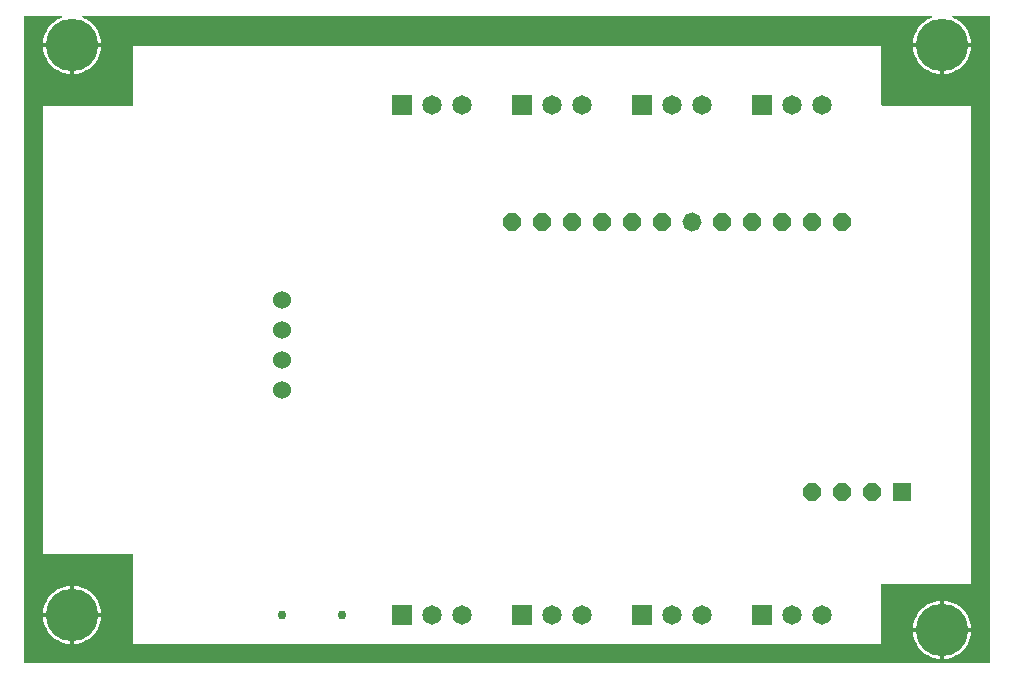
<source format=gbr>
G04 EAGLE Gerber RS-274X export*
G75*
%MOMM*%
%FSLAX34Y34*%
%LPD*%
%INBottom Copper*%
%IPPOS*%
%AMOC8*
5,1,8,0,0,1.08239X$1,22.5*%
G01*
%ADD10C,1.530000*%
%ADD11R,1.651000X1.651000*%
%ADD12C,1.651000*%
%ADD13P,1.649562X8X202.500000*%
%ADD14R,1.524000X1.524000*%
%ADD15P,1.649562X8X356.700000*%
%ADD16C,4.445000*%
%ADD17C,0.756400*%

G36*
X1107237Y836689D02*
X1107237Y836689D01*
X1107238Y836696D01*
X1107237Y836703D01*
X1107238Y836717D01*
X1107216Y836819D01*
X1107200Y836921D01*
X1107190Y836938D01*
X1107186Y836958D01*
X1107133Y837047D01*
X1107084Y837138D01*
X1107070Y837152D01*
X1107060Y837169D01*
X1106981Y837236D01*
X1106906Y837308D01*
X1106888Y837316D01*
X1106873Y837329D01*
X1106777Y837368D01*
X1106683Y837411D01*
X1106663Y837413D01*
X1106645Y837421D01*
X1106478Y837439D01*
X1075850Y837439D01*
X1075733Y837420D01*
X1075616Y837402D01*
X1075611Y837400D01*
X1075607Y837400D01*
X1075503Y837344D01*
X1075397Y837290D01*
X1075394Y837287D01*
X1075389Y837284D01*
X1075308Y837199D01*
X1075225Y837114D01*
X1075223Y837109D01*
X1075220Y837106D01*
X1075170Y836998D01*
X1075119Y836892D01*
X1075118Y836887D01*
X1075116Y836883D01*
X1075103Y836766D01*
X1075089Y836648D01*
X1075090Y836643D01*
X1075089Y836639D01*
X1075114Y836523D01*
X1075138Y836407D01*
X1075141Y836403D01*
X1075142Y836398D01*
X1075202Y836297D01*
X1075262Y836194D01*
X1075265Y836191D01*
X1075268Y836187D01*
X1075358Y836110D01*
X1075447Y836032D01*
X1075452Y836030D01*
X1075455Y836027D01*
X1075469Y836021D01*
X1075598Y835959D01*
X1076292Y835717D01*
X1078799Y834510D01*
X1081154Y833030D01*
X1083329Y831296D01*
X1085296Y829329D01*
X1087030Y827154D01*
X1088510Y824799D01*
X1089717Y822292D01*
X1090635Y819667D01*
X1091254Y816955D01*
X1091551Y814323D01*
X1067562Y814323D01*
X1067542Y814320D01*
X1067523Y814322D01*
X1067421Y814300D01*
X1067319Y814283D01*
X1067302Y814274D01*
X1067282Y814270D01*
X1067193Y814217D01*
X1067102Y814168D01*
X1067088Y814154D01*
X1067071Y814144D01*
X1067004Y814065D01*
X1066933Y813990D01*
X1066924Y813972D01*
X1066911Y813957D01*
X1066873Y813861D01*
X1066829Y813767D01*
X1066827Y813747D01*
X1066819Y813729D01*
X1066801Y813562D01*
X1066801Y812799D01*
X1066799Y812799D01*
X1066799Y813562D01*
X1066796Y813582D01*
X1066798Y813601D01*
X1066776Y813703D01*
X1066759Y813805D01*
X1066750Y813822D01*
X1066746Y813842D01*
X1066693Y813931D01*
X1066644Y814022D01*
X1066630Y814036D01*
X1066620Y814053D01*
X1066541Y814120D01*
X1066466Y814191D01*
X1066448Y814200D01*
X1066433Y814213D01*
X1066337Y814252D01*
X1066243Y814295D01*
X1066223Y814297D01*
X1066205Y814305D01*
X1066038Y814323D01*
X1042049Y814323D01*
X1042346Y816955D01*
X1042965Y819667D01*
X1043883Y822292D01*
X1045090Y824799D01*
X1046570Y827154D01*
X1048304Y829329D01*
X1050271Y831296D01*
X1052446Y833030D01*
X1054801Y834510D01*
X1057308Y835717D01*
X1058002Y835959D01*
X1058107Y836017D01*
X1058211Y836072D01*
X1058214Y836075D01*
X1058218Y836077D01*
X1058299Y836165D01*
X1058380Y836250D01*
X1058382Y836254D01*
X1058385Y836258D01*
X1058433Y836365D01*
X1058484Y836473D01*
X1058484Y836478D01*
X1058486Y836482D01*
X1058498Y836599D01*
X1058511Y836717D01*
X1058510Y836722D01*
X1058510Y836727D01*
X1058484Y836841D01*
X1058458Y836958D01*
X1058456Y836962D01*
X1058455Y836966D01*
X1058394Y837066D01*
X1058332Y837169D01*
X1058329Y837172D01*
X1058326Y837176D01*
X1058236Y837251D01*
X1058145Y837329D01*
X1058141Y837331D01*
X1058137Y837334D01*
X1058028Y837376D01*
X1057917Y837421D01*
X1057912Y837421D01*
X1057908Y837423D01*
X1057893Y837423D01*
X1057750Y837439D01*
X339250Y837439D01*
X339133Y837420D01*
X339016Y837402D01*
X339011Y837400D01*
X339007Y837400D01*
X338903Y837344D01*
X338797Y837290D01*
X338794Y837287D01*
X338789Y837284D01*
X338708Y837199D01*
X338625Y837114D01*
X338623Y837109D01*
X338620Y837106D01*
X338570Y836998D01*
X338519Y836892D01*
X338518Y836887D01*
X338516Y836883D01*
X338503Y836766D01*
X338489Y836648D01*
X338490Y836643D01*
X338489Y836639D01*
X338514Y836523D01*
X338538Y836407D01*
X338541Y836403D01*
X338542Y836398D01*
X338602Y836297D01*
X338662Y836194D01*
X338665Y836191D01*
X338668Y836187D01*
X338758Y836110D01*
X338847Y836032D01*
X338852Y836030D01*
X338855Y836027D01*
X338869Y836021D01*
X338998Y835959D01*
X339692Y835717D01*
X342199Y834510D01*
X344554Y833030D01*
X346729Y831296D01*
X348696Y829329D01*
X350430Y827154D01*
X351910Y824799D01*
X353117Y822292D01*
X354035Y819667D01*
X354654Y816955D01*
X354951Y814323D01*
X330962Y814323D01*
X330942Y814320D01*
X330923Y814322D01*
X330821Y814300D01*
X330719Y814283D01*
X330702Y814274D01*
X330682Y814270D01*
X330593Y814217D01*
X330502Y814168D01*
X330488Y814154D01*
X330471Y814144D01*
X330404Y814065D01*
X330333Y813990D01*
X330324Y813972D01*
X330311Y813957D01*
X330273Y813861D01*
X330229Y813767D01*
X330227Y813747D01*
X330219Y813729D01*
X330201Y813562D01*
X330201Y812799D01*
X330199Y812799D01*
X330199Y813562D01*
X330196Y813582D01*
X330198Y813601D01*
X330176Y813703D01*
X330159Y813805D01*
X330150Y813822D01*
X330146Y813842D01*
X330093Y813931D01*
X330044Y814022D01*
X330030Y814036D01*
X330020Y814053D01*
X329941Y814120D01*
X329866Y814191D01*
X329848Y814200D01*
X329833Y814213D01*
X329737Y814252D01*
X329643Y814295D01*
X329623Y814297D01*
X329605Y814305D01*
X329438Y814323D01*
X305449Y814323D01*
X305746Y816955D01*
X306365Y819667D01*
X307283Y822292D01*
X308490Y824799D01*
X309970Y827154D01*
X311704Y829329D01*
X313671Y831296D01*
X315846Y833030D01*
X318201Y834510D01*
X320708Y835717D01*
X321402Y835959D01*
X321507Y836017D01*
X321611Y836072D01*
X321614Y836075D01*
X321618Y836077D01*
X321699Y836165D01*
X321780Y836250D01*
X321782Y836254D01*
X321785Y836258D01*
X321833Y836365D01*
X321884Y836473D01*
X321884Y836478D01*
X321886Y836482D01*
X321898Y836599D01*
X321911Y836717D01*
X321910Y836722D01*
X321910Y836727D01*
X321884Y836841D01*
X321858Y836958D01*
X321856Y836962D01*
X321855Y836966D01*
X321794Y837066D01*
X321732Y837169D01*
X321729Y837172D01*
X321726Y837176D01*
X321636Y837251D01*
X321545Y837329D01*
X321541Y837331D01*
X321537Y837334D01*
X321428Y837376D01*
X321317Y837421D01*
X321312Y837421D01*
X321308Y837423D01*
X321293Y837423D01*
X321150Y837439D01*
X290322Y837439D01*
X290302Y837436D01*
X290283Y837438D01*
X290181Y837416D01*
X290079Y837400D01*
X290062Y837390D01*
X290042Y837386D01*
X289953Y837333D01*
X289862Y837284D01*
X289848Y837270D01*
X289831Y837260D01*
X289764Y837181D01*
X289692Y837106D01*
X289684Y837088D01*
X289671Y837073D01*
X289632Y836977D01*
X289589Y836883D01*
X289587Y836863D01*
X289579Y836845D01*
X289561Y836678D01*
X289561Y290322D01*
X289564Y290302D01*
X289562Y290283D01*
X289584Y290181D01*
X289600Y290079D01*
X289610Y290062D01*
X289614Y290042D01*
X289667Y289953D01*
X289716Y289862D01*
X289730Y289848D01*
X289740Y289831D01*
X289819Y289764D01*
X289894Y289692D01*
X289912Y289684D01*
X289927Y289671D01*
X290023Y289632D01*
X290117Y289589D01*
X290137Y289587D01*
X290155Y289579D01*
X290322Y289561D01*
X1106478Y289561D01*
X1106498Y289564D01*
X1106517Y289562D01*
X1106619Y289584D01*
X1106721Y289600D01*
X1106738Y289610D01*
X1106758Y289614D01*
X1106847Y289667D01*
X1106938Y289716D01*
X1106952Y289730D01*
X1106969Y289740D01*
X1107036Y289819D01*
X1107108Y289894D01*
X1107116Y289912D01*
X1107129Y289927D01*
X1107168Y290023D01*
X1107211Y290117D01*
X1107213Y290137D01*
X1107221Y290155D01*
X1107239Y290322D01*
X1107239Y836678D01*
X1107237Y836689D01*
G37*
%LPC*%
G36*
X381000Y761239D02*
X381000Y761239D01*
X381020Y761242D01*
X381039Y761240D01*
X381141Y761262D01*
X381243Y761279D01*
X381260Y761288D01*
X381280Y761292D01*
X381369Y761345D01*
X381460Y761394D01*
X381474Y761408D01*
X381491Y761418D01*
X381558Y761497D01*
X381630Y761572D01*
X381638Y761590D01*
X381651Y761605D01*
X381690Y761701D01*
X381733Y761795D01*
X381735Y761815D01*
X381743Y761833D01*
X381761Y762000D01*
X381761Y812039D01*
X1015239Y812039D01*
X1015239Y762000D01*
X1015242Y761980D01*
X1015240Y761961D01*
X1015262Y761859D01*
X1015279Y761757D01*
X1015288Y761740D01*
X1015292Y761720D01*
X1015345Y761631D01*
X1015394Y761540D01*
X1015408Y761526D01*
X1015418Y761509D01*
X1015497Y761442D01*
X1015572Y761371D01*
X1015590Y761362D01*
X1015605Y761349D01*
X1015701Y761310D01*
X1015795Y761267D01*
X1015815Y761265D01*
X1015833Y761257D01*
X1016000Y761239D01*
X1091439Y761239D01*
X1091439Y356361D01*
X1016000Y356361D01*
X1015980Y356358D01*
X1015961Y356360D01*
X1015859Y356338D01*
X1015757Y356322D01*
X1015740Y356312D01*
X1015720Y356308D01*
X1015631Y356255D01*
X1015540Y356206D01*
X1015526Y356192D01*
X1015509Y356182D01*
X1015442Y356103D01*
X1015371Y356028D01*
X1015362Y356010D01*
X1015349Y355995D01*
X1015310Y355899D01*
X1015267Y355805D01*
X1015265Y355785D01*
X1015257Y355767D01*
X1015239Y355600D01*
X1015239Y305561D01*
X381761Y305561D01*
X381761Y381000D01*
X381758Y381020D01*
X381760Y381039D01*
X381738Y381141D01*
X381722Y381243D01*
X381712Y381260D01*
X381708Y381280D01*
X381655Y381369D01*
X381606Y381460D01*
X381592Y381474D01*
X381582Y381491D01*
X381503Y381558D01*
X381428Y381630D01*
X381410Y381638D01*
X381395Y381651D01*
X381299Y381690D01*
X381205Y381733D01*
X381185Y381735D01*
X381167Y381743D01*
X381000Y381761D01*
X305561Y381761D01*
X305561Y761239D01*
X381000Y761239D01*
G37*
%LPD*%
%LPC*%
G36*
X1068323Y319023D02*
X1068323Y319023D01*
X1068323Y342251D01*
X1070955Y341954D01*
X1073628Y341344D01*
X1073667Y341335D01*
X1076292Y340417D01*
X1078799Y339210D01*
X1081154Y337730D01*
X1083329Y335996D01*
X1085296Y334029D01*
X1087030Y331854D01*
X1088510Y329499D01*
X1089717Y326992D01*
X1090635Y324367D01*
X1091254Y321655D01*
X1091551Y319023D01*
X1068323Y319023D01*
G37*
%LPD*%
%LPC*%
G36*
X331723Y331723D02*
X331723Y331723D01*
X331723Y354951D01*
X334355Y354654D01*
X335971Y354285D01*
X337067Y354035D01*
X339692Y353117D01*
X342199Y351910D01*
X344554Y350430D01*
X346729Y348696D01*
X348696Y346729D01*
X350430Y344554D01*
X351910Y342199D01*
X353117Y339692D01*
X354035Y337067D01*
X354654Y334355D01*
X354951Y331723D01*
X331723Y331723D01*
G37*
%LPD*%
%LPC*%
G36*
X305449Y331723D02*
X305449Y331723D01*
X305746Y334355D01*
X306365Y337067D01*
X307283Y339692D01*
X308490Y342199D01*
X309970Y344554D01*
X311704Y346729D01*
X313671Y348696D01*
X315846Y350430D01*
X318201Y351910D01*
X320708Y353117D01*
X323333Y354035D01*
X326045Y354654D01*
X328677Y354951D01*
X328677Y331723D01*
X305449Y331723D01*
G37*
%LPD*%
%LPC*%
G36*
X1068323Y315977D02*
X1068323Y315977D01*
X1091551Y315977D01*
X1091254Y313345D01*
X1090635Y310633D01*
X1089717Y308008D01*
X1088510Y305501D01*
X1087030Y303146D01*
X1085296Y300971D01*
X1083329Y299004D01*
X1081154Y297270D01*
X1078799Y295790D01*
X1076292Y294583D01*
X1073667Y293665D01*
X1070955Y293046D01*
X1068323Y292749D01*
X1068323Y315977D01*
G37*
%LPD*%
%LPC*%
G36*
X1042049Y319023D02*
X1042049Y319023D01*
X1042346Y321655D01*
X1042965Y324367D01*
X1043883Y326992D01*
X1045090Y329499D01*
X1046570Y331854D01*
X1048304Y334029D01*
X1050271Y335996D01*
X1052446Y337730D01*
X1054801Y339210D01*
X1057308Y340417D01*
X1059933Y341335D01*
X1062645Y341954D01*
X1065277Y342251D01*
X1065277Y319023D01*
X1042049Y319023D01*
G37*
%LPD*%
%LPC*%
G36*
X331723Y328677D02*
X331723Y328677D01*
X354951Y328677D01*
X354654Y326045D01*
X354035Y323333D01*
X353117Y320708D01*
X351910Y318201D01*
X350430Y315846D01*
X348696Y313671D01*
X346729Y311704D01*
X344554Y309970D01*
X342199Y308490D01*
X339692Y307283D01*
X337067Y306365D01*
X334355Y305746D01*
X331723Y305449D01*
X331723Y328677D01*
G37*
%LPD*%
%LPC*%
G36*
X331723Y811277D02*
X331723Y811277D01*
X354951Y811277D01*
X354654Y808645D01*
X354035Y805933D01*
X353117Y803308D01*
X351910Y800801D01*
X350430Y798446D01*
X348696Y796271D01*
X346729Y794304D01*
X344554Y792570D01*
X342199Y791090D01*
X339692Y789883D01*
X337067Y788965D01*
X334355Y788346D01*
X331723Y788049D01*
X331723Y811277D01*
G37*
%LPD*%
%LPC*%
G36*
X1068323Y811277D02*
X1068323Y811277D01*
X1091551Y811277D01*
X1091254Y808645D01*
X1090635Y805933D01*
X1089717Y803308D01*
X1088510Y800801D01*
X1087030Y798446D01*
X1085296Y796271D01*
X1083329Y794304D01*
X1081154Y792570D01*
X1078799Y791090D01*
X1076292Y789883D01*
X1073667Y788965D01*
X1070955Y788346D01*
X1068323Y788049D01*
X1068323Y811277D01*
G37*
%LPD*%
%LPC*%
G36*
X326045Y305746D02*
X326045Y305746D01*
X323661Y306290D01*
X323333Y306365D01*
X320708Y307283D01*
X318201Y308490D01*
X315846Y309970D01*
X313671Y311704D01*
X311704Y313671D01*
X309970Y315846D01*
X308490Y318201D01*
X307283Y320708D01*
X306365Y323333D01*
X305746Y326045D01*
X305449Y328677D01*
X328677Y328677D01*
X328677Y305449D01*
X326045Y305746D01*
G37*
%LPD*%
%LPC*%
G36*
X1062645Y293046D02*
X1062645Y293046D01*
X1061318Y293348D01*
X1061318Y293349D01*
X1059933Y293665D01*
X1057308Y294583D01*
X1054801Y295790D01*
X1052446Y297270D01*
X1050271Y299004D01*
X1048304Y300971D01*
X1046570Y303146D01*
X1045090Y305501D01*
X1043883Y308008D01*
X1042965Y310633D01*
X1042346Y313345D01*
X1042049Y315977D01*
X1065277Y315977D01*
X1065277Y292749D01*
X1062645Y293046D01*
G37*
%LPD*%
%LPC*%
G36*
X326045Y788346D02*
X326045Y788346D01*
X324585Y788679D01*
X324584Y788679D01*
X323333Y788965D01*
X320708Y789883D01*
X318201Y791090D01*
X315846Y792570D01*
X313671Y794304D01*
X311704Y796271D01*
X309970Y798446D01*
X308490Y800801D01*
X307283Y803308D01*
X306365Y805933D01*
X305746Y808645D01*
X305449Y811277D01*
X328677Y811277D01*
X328677Y788049D01*
X326045Y788346D01*
G37*
%LPD*%
%LPC*%
G36*
X1062645Y788346D02*
X1062645Y788346D01*
X1061185Y788679D01*
X1061184Y788679D01*
X1059933Y788965D01*
X1057308Y789883D01*
X1054801Y791090D01*
X1052446Y792570D01*
X1050271Y794304D01*
X1048304Y796271D01*
X1046570Y798446D01*
X1045090Y800801D01*
X1043883Y803308D01*
X1042965Y805933D01*
X1042346Y808645D01*
X1042049Y811277D01*
X1065277Y811277D01*
X1065277Y788049D01*
X1062645Y788346D01*
G37*
%LPD*%
%LPC*%
G36*
X330199Y330199D02*
X330199Y330199D01*
X330199Y330201D01*
X330201Y330201D01*
X330201Y330199D01*
X330199Y330199D01*
G37*
%LPD*%
%LPC*%
G36*
X1066799Y317499D02*
X1066799Y317499D01*
X1066799Y317501D01*
X1066801Y317501D01*
X1066801Y317499D01*
X1066799Y317499D01*
G37*
%LPD*%
D10*
X508000Y571500D03*
X508000Y546100D03*
X508000Y520700D03*
X508000Y596900D03*
D11*
X914400Y762000D03*
D12*
X939800Y762000D03*
X965200Y762000D03*
D11*
X812800Y762000D03*
D12*
X838200Y762000D03*
X863600Y762000D03*
D11*
X711200Y762000D03*
D12*
X736600Y762000D03*
X762000Y762000D03*
D11*
X609600Y762000D03*
D12*
X635000Y762000D03*
X660400Y762000D03*
D13*
X982300Y663200D03*
X956900Y663200D03*
X931500Y663200D03*
X906100Y663200D03*
X702900Y663200D03*
X728300Y663200D03*
D14*
X1033100Y434600D03*
D13*
X1007700Y434600D03*
X779100Y663200D03*
X753700Y663200D03*
X829900Y663200D03*
X804500Y663200D03*
X982300Y434600D03*
X956900Y434600D03*
X880700Y663200D03*
D15*
X855300Y663200D03*
D11*
X711200Y330200D03*
D12*
X736600Y330200D03*
X762000Y330200D03*
D11*
X609600Y330200D03*
D12*
X635000Y330200D03*
X660400Y330200D03*
D11*
X914400Y330200D03*
D12*
X939800Y330200D03*
X965200Y330200D03*
D11*
X812800Y330200D03*
D12*
X838200Y330200D03*
X863600Y330200D03*
D16*
X330200Y330200D03*
X1066800Y317500D03*
X1066800Y812800D03*
X330200Y812800D03*
D17*
X558800Y330200D03*
X508000Y330200D03*
M02*

</source>
